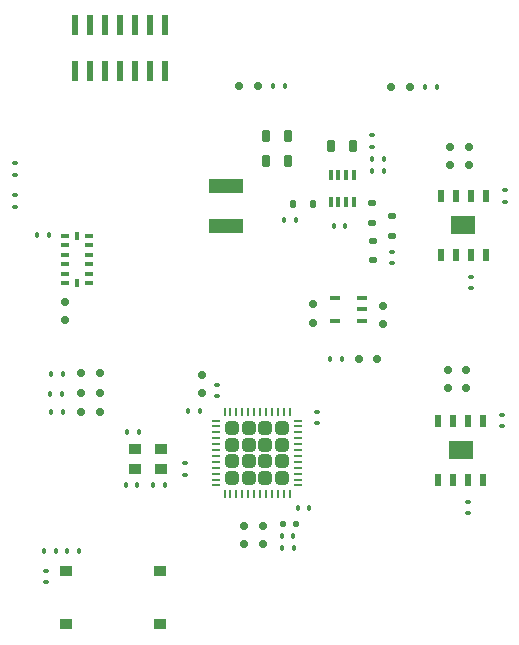
<source format=gbr>
%TF.GenerationSoftware,KiCad,Pcbnew,8.0.5*%
%TF.CreationDate,2024-10-23T11:28:36+02:00*%
%TF.ProjectId,ESE_AL8,4553455f-414c-4382-9e6b-696361645f70,rev?*%
%TF.SameCoordinates,Original*%
%TF.FileFunction,Paste,Top*%
%TF.FilePolarity,Positive*%
%FSLAX46Y46*%
G04 Gerber Fmt 4.6, Leading zero omitted, Abs format (unit mm)*
G04 Created by KiCad (PCBNEW 8.0.5) date 2024-10-23 11:28:36*
%MOMM*%
%LPD*%
G01*
G04 APERTURE LIST*
G04 Aperture macros list*
%AMRoundRect*
0 Rectangle with rounded corners*
0 $1 Rounding radius*
0 $2 $3 $4 $5 $6 $7 $8 $9 X,Y pos of 4 corners*
0 Add a 4 corners polygon primitive as box body*
4,1,4,$2,$3,$4,$5,$6,$7,$8,$9,$2,$3,0*
0 Add four circle primitives for the rounded corners*
1,1,$1+$1,$2,$3*
1,1,$1+$1,$4,$5*
1,1,$1+$1,$6,$7*
1,1,$1+$1,$8,$9*
0 Add four rect primitives between the rounded corners*
20,1,$1+$1,$2,$3,$4,$5,0*
20,1,$1+$1,$4,$5,$6,$7,0*
20,1,$1+$1,$6,$7,$8,$9,0*
20,1,$1+$1,$8,$9,$2,$3,0*%
G04 Aperture macros list end*
%ADD10RoundRect,0.094500X-0.094500X-0.129500X0.094500X-0.129500X0.094500X0.129500X-0.094500X0.129500X0*%
%ADD11RoundRect,0.153125X-0.153125X-0.179375X0.153125X-0.179375X0.153125X0.179375X-0.153125X0.179375X0*%
%ADD12R,0.980000X0.840000*%
%ADD13RoundRect,0.087500X-0.087500X0.376250X-0.087500X-0.376250X0.087500X-0.376250X0.087500X0.376250X0*%
%ADD14R,2.933700X1.289050*%
%ADD15R,1.085000X0.910000*%
%ADD16RoundRect,0.098000X-0.098000X-0.119000X0.098000X-0.119000X0.098000X0.119000X-0.098000X0.119000X0*%
%ADD17RoundRect,0.105000X0.358750X0.105000X-0.358750X0.105000X-0.358750X-0.105000X0.358750X-0.105000X0*%
%ADD18RoundRect,0.098000X0.098000X0.119000X-0.098000X0.119000X-0.098000X-0.119000X0.098000X-0.119000X0*%
%ADD19RoundRect,0.157500X-0.175000X0.157500X-0.175000X-0.157500X0.175000X-0.157500X0.175000X0.157500X0*%
%ADD20RoundRect,0.094500X0.094500X0.129500X-0.094500X0.129500X-0.094500X-0.129500X0.094500X-0.129500X0*%
%ADD21RoundRect,0.094500X-0.129500X0.094500X-0.129500X-0.094500X0.129500X-0.094500X0.129500X0.094500X0*%
%ADD22RoundRect,0.098000X0.119000X-0.098000X0.119000X0.098000X-0.119000X0.098000X-0.119000X-0.098000X0*%
%ADD23RoundRect,0.153125X0.153125X0.179375X-0.153125X0.179375X-0.153125X-0.179375X0.153125X-0.179375X0*%
%ADD24RoundRect,0.175000X-0.175000X-0.332500X0.175000X-0.332500X0.175000X0.332500X-0.175000X0.332500X0*%
%ADD25RoundRect,0.098000X-0.119000X0.098000X-0.119000X-0.098000X0.119000X-0.098000X0.119000X0.098000X0*%
%ADD26RoundRect,0.140000X0.140000X0.192500X-0.140000X0.192500X-0.140000X-0.192500X0.140000X-0.192500X0*%
%ADD27RoundRect,0.105000X-0.227500X-0.105000X0.227500X-0.105000X0.227500X0.105000X-0.227500X0.105000X0*%
%ADD28RoundRect,0.105000X-0.105000X-0.227500X0.105000X-0.227500X0.105000X0.227500X-0.105000X0.227500X0*%
%ADD29RoundRect,0.157500X0.175000X-0.157500X0.175000X0.157500X-0.175000X0.157500X-0.175000X-0.157500X0*%
%ADD30R,0.561400X1.053500*%
%ADD31R,2.101200X1.567800*%
%ADD32RoundRect,0.140000X-0.192500X0.140000X-0.192500X-0.140000X0.192500X-0.140000X0.192500X0.140000X0*%
%ADD33RoundRect,0.108500X-0.148750X-0.108500X0.148750X-0.108500X0.148750X0.108500X-0.148750X0.108500X0*%
%ADD34RoundRect,0.175000X0.175000X0.332500X-0.175000X0.332500X-0.175000X-0.332500X0.175000X-0.332500X0*%
%ADD35RoundRect,0.094500X0.129500X-0.094500X0.129500X0.094500X-0.129500X0.094500X-0.129500X-0.094500X0*%
%ADD36RoundRect,0.140000X0.192500X-0.140000X0.192500X0.140000X-0.192500X0.140000X-0.192500X-0.140000X0*%
%ADD37R,0.518000X1.680000*%
%ADD38RoundRect,0.043750X-0.043750X-0.262500X0.043750X-0.262500X0.043750X0.262500X-0.043750X0.262500X0*%
%ADD39RoundRect,0.043750X-0.262500X-0.043750X0.262500X-0.043750X0.262500X0.043750X-0.262500X0.043750X0*%
%ADD40RoundRect,0.250000X-0.315000X-0.315000X0.315000X-0.315000X0.315000X0.315000X-0.315000X0.315000X0*%
G04 APERTURE END LIST*
D10*
%TO.C,R16*%
X138360000Y-114880000D03*
X139380000Y-114880000D03*
%TD*%
D11*
%TO.C,D3*%
X141470000Y-101480000D03*
X143045000Y-101480000D03*
%TD*%
D12*
%TO.C,Y1*%
X148207500Y-106160000D03*
X146007500Y-106160000D03*
X146007500Y-107860000D03*
X148207500Y-107860000D03*
%TD*%
D13*
%TO.C,IC1*%
X164550000Y-83000000D03*
X163900000Y-83000000D03*
X163250000Y-83000000D03*
X162600000Y-83000000D03*
X162600000Y-85275000D03*
X163250000Y-85275000D03*
X163900000Y-85275000D03*
X164550000Y-85275000D03*
%TD*%
D14*
%TO.C,L1*%
X153770000Y-87312750D03*
X153770000Y-83947250D03*
%TD*%
D15*
%TO.C,SW1*%
X140200000Y-116540000D03*
X148150000Y-116540000D03*
X140200000Y-121040000D03*
X148150000Y-121040000D03*
%TD*%
D16*
%TO.C,C12*%
X145390000Y-104740000D03*
X146350000Y-104740000D03*
%TD*%
D10*
%TO.C,R10*%
X147600000Y-109260000D03*
X148620000Y-109260000D03*
%TD*%
D17*
%TO.C,U2*%
X165217500Y-95337500D03*
X165217500Y-94387500D03*
X165217500Y-93437500D03*
X162942500Y-93437500D03*
X162942500Y-95337500D03*
%TD*%
D18*
%TO.C,C14*%
X151500000Y-102977500D03*
X150540000Y-102977500D03*
%TD*%
D11*
%TO.C,D2*%
X141470000Y-99790000D03*
X143045000Y-99790000D03*
%TD*%
D18*
%TO.C,C2*%
X138720000Y-88090000D03*
X137760000Y-88090000D03*
%TD*%
%TO.C,C5*%
X163850000Y-87330000D03*
X162890000Y-87330000D03*
%TD*%
D19*
%TO.C,C15*%
X155250000Y-112700000D03*
X155250000Y-114250000D03*
%TD*%
D20*
%TO.C,R13*%
X139945000Y-103110000D03*
X138925000Y-103110000D03*
%TD*%
D21*
%TO.C,R1*%
X135880000Y-82002500D03*
X135880000Y-83022500D03*
%TD*%
D10*
%TO.C,R4*%
X166100000Y-81640000D03*
X167120000Y-81640000D03*
%TD*%
D22*
%TO.C,C21*%
X161430000Y-103990000D03*
X161430000Y-103030000D03*
%TD*%
D20*
%TO.C,R12*%
X139855000Y-101540000D03*
X138835000Y-101540000D03*
%TD*%
D23*
%TO.C,D1*%
X156450000Y-75510000D03*
X154875000Y-75510000D03*
%TD*%
D24*
%TO.C,C9*%
X157087500Y-81787500D03*
X158987500Y-81787500D03*
%TD*%
D25*
%TO.C,C20*%
X150250000Y-107420000D03*
X150250000Y-108380000D03*
%TD*%
D26*
%TO.C,R6*%
X161075000Y-85500000D03*
X159425000Y-85500000D03*
%TD*%
D25*
%TO.C,C7*%
X167830000Y-89490000D03*
X167830000Y-90450000D03*
%TD*%
%TO.C,C201*%
X138470000Y-116540000D03*
X138470000Y-117500000D03*
%TD*%
D24*
%TO.C,C8*%
X157087500Y-79737500D03*
X158987500Y-79737500D03*
%TD*%
D27*
%TO.C,U1*%
X140150000Y-88170000D03*
X140150000Y-88970000D03*
X140150000Y-89770000D03*
X140150000Y-90570000D03*
X140150000Y-91370000D03*
X140150000Y-92170000D03*
D28*
X141150000Y-92170000D03*
D27*
X142150000Y-92170000D03*
X142150000Y-91370000D03*
X142150000Y-90570000D03*
X142150000Y-89770000D03*
X142150000Y-88970000D03*
X142150000Y-88170000D03*
D28*
X141150000Y-88170000D03*
%TD*%
D29*
%TO.C,C28*%
X174100000Y-101050000D03*
X174100000Y-99500000D03*
%TD*%
D11*
%TO.C,D5*%
X164992500Y-98550000D03*
X166567500Y-98550000D03*
%TD*%
D30*
%TO.C,U4*%
X175517500Y-103822500D03*
X174247500Y-103822500D03*
X172977500Y-103822500D03*
X171707500Y-103822500D03*
X171707500Y-108817500D03*
X172977500Y-108817500D03*
X174247500Y-108817500D03*
X175517500Y-108817500D03*
D31*
X173612500Y-106320000D03*
%TD*%
D18*
%TO.C,C16*%
X146225000Y-109260000D03*
X145265000Y-109260000D03*
%TD*%
D32*
%TO.C,R7*%
X166120000Y-85390000D03*
X166120000Y-87040000D03*
%TD*%
D10*
%TO.C,R3*%
X157690000Y-75480000D03*
X158710000Y-75480000D03*
%TD*%
D33*
%TO.C,L2*%
X158575000Y-112580000D03*
X159710000Y-112580000D03*
%TD*%
D16*
%TO.C,C18*%
X158500000Y-114580000D03*
X159460000Y-114580000D03*
%TD*%
D29*
%TO.C,C29*%
X172570000Y-101030000D03*
X172570000Y-99480000D03*
%TD*%
D20*
%TO.C,R14*%
X163565000Y-98570000D03*
X162545000Y-98570000D03*
%TD*%
D10*
%TO.C,R15*%
X170620000Y-75520000D03*
X171640000Y-75520000D03*
%TD*%
D19*
%TO.C,C30*%
X174300000Y-80600000D03*
X174300000Y-82150000D03*
%TD*%
D34*
%TO.C,C3*%
X164510000Y-80570000D03*
X162610000Y-80570000D03*
%TD*%
D29*
%TO.C,C11*%
X161100000Y-95515000D03*
X161100000Y-93965000D03*
%TD*%
D25*
%TO.C,C24*%
X174250000Y-110700000D03*
X174250000Y-111660000D03*
%TD*%
D19*
%TO.C,C31*%
X172670000Y-80620000D03*
X172670000Y-82170000D03*
%TD*%
D16*
%TO.C,C19*%
X159810000Y-111220000D03*
X160770000Y-111220000D03*
%TD*%
D30*
%TO.C,U5*%
X175730000Y-84775000D03*
X174460000Y-84775000D03*
X173190000Y-84775000D03*
X171920000Y-84775000D03*
X171920000Y-89770000D03*
X173190000Y-89770000D03*
X174460000Y-89770000D03*
X175730000Y-89770000D03*
D31*
X173825000Y-87272500D03*
%TD*%
D22*
%TO.C,C4*%
X166080000Y-80610000D03*
X166080000Y-79650000D03*
%TD*%
%TO.C,C25*%
X177140000Y-104250000D03*
X177140000Y-103290000D03*
%TD*%
D23*
%TO.C,D6*%
X169327500Y-75560000D03*
X167752500Y-75560000D03*
%TD*%
D11*
%TO.C,D4*%
X141490000Y-103110000D03*
X143065000Y-103110000D03*
%TD*%
D22*
%TO.C,C27*%
X177330000Y-85250000D03*
X177330000Y-84290000D03*
%TD*%
D29*
%TO.C,C13*%
X151750000Y-101450000D03*
X151750000Y-99900000D03*
%TD*%
D35*
%TO.C,R2*%
X135920000Y-85750000D03*
X135920000Y-84730000D03*
%TD*%
D20*
%TO.C,R5*%
X167090000Y-82700000D03*
X166070000Y-82700000D03*
%TD*%
D19*
%TO.C,C23*%
X156850000Y-112700000D03*
X156850000Y-114250000D03*
%TD*%
D36*
%TO.C,R8*%
X167770000Y-88160000D03*
X167770000Y-86510000D03*
%TD*%
D37*
%TO.C,J7*%
X148620000Y-70290000D03*
X148620000Y-74190000D03*
X147350000Y-70290000D03*
X147350000Y-74190000D03*
X146080000Y-70290000D03*
X146080000Y-74190000D03*
X144810000Y-70290000D03*
X144810000Y-74190000D03*
X143540000Y-70290000D03*
X143540000Y-74190000D03*
X142270000Y-70290000D03*
X142270000Y-74190000D03*
X141000000Y-70290000D03*
X141000000Y-74190000D03*
%TD*%
D20*
%TO.C,R11*%
X139925000Y-99810000D03*
X138905000Y-99810000D03*
%TD*%
D25*
%TO.C,C26*%
X174500000Y-91620000D03*
X174500000Y-92580000D03*
%TD*%
D19*
%TO.C,C1*%
X140140000Y-93750000D03*
X140140000Y-95300000D03*
%TD*%
D22*
%TO.C,C17*%
X153020000Y-101737500D03*
X153020000Y-100777500D03*
%TD*%
D20*
%TO.C,R17*%
X141320000Y-114880000D03*
X140300000Y-114880000D03*
%TD*%
D29*
%TO.C,C10*%
X167020000Y-95655000D03*
X167020000Y-94105000D03*
%TD*%
D38*
%TO.C,U3*%
X153620000Y-103102500D03*
X154120000Y-103102500D03*
X154620000Y-103102500D03*
X155120000Y-103102500D03*
X155620000Y-103102500D03*
X156120000Y-103102500D03*
X156620000Y-103102500D03*
X157120000Y-103102500D03*
X157620000Y-103102500D03*
X158120000Y-103102500D03*
X158620000Y-103102500D03*
X159120000Y-103102500D03*
D39*
X159807500Y-103790000D03*
X159807500Y-104290000D03*
X159807500Y-104790000D03*
X159807500Y-105290000D03*
X159807500Y-105790000D03*
X159807500Y-106290000D03*
X159807500Y-106790000D03*
X159807500Y-107290000D03*
X159807500Y-107790000D03*
X159807500Y-108290000D03*
X159807500Y-108790000D03*
X159807500Y-109290000D03*
D38*
X159120000Y-109977500D03*
X158620000Y-109977500D03*
X158120000Y-109977500D03*
X157620000Y-109977500D03*
X157120000Y-109977500D03*
X156620000Y-109977500D03*
X156120000Y-109977500D03*
X155620000Y-109977500D03*
X155120000Y-109977500D03*
X154620000Y-109977500D03*
X154120000Y-109977500D03*
X153620000Y-109977500D03*
D39*
X152932500Y-109290000D03*
X152932500Y-108790000D03*
X152932500Y-108290000D03*
X152932500Y-107790000D03*
X152932500Y-107290000D03*
X152932500Y-106790000D03*
X152932500Y-106290000D03*
X152932500Y-105790000D03*
X152932500Y-105290000D03*
X152932500Y-104790000D03*
X152932500Y-104290000D03*
X152932500Y-103790000D03*
D40*
X158470000Y-108640000D03*
X158470000Y-107240000D03*
X158470000Y-105840000D03*
X158470000Y-104440000D03*
X157070000Y-108640000D03*
X157070000Y-107240000D03*
X157070000Y-105840000D03*
X157070000Y-104440000D03*
X155670000Y-108640000D03*
X155670000Y-107240000D03*
X155670000Y-105840000D03*
X155670000Y-104440000D03*
X154270000Y-108640000D03*
X154270000Y-107240000D03*
X154270000Y-105840000D03*
X154270000Y-104440000D03*
%TD*%
D18*
%TO.C,C6*%
X159630000Y-86840000D03*
X158670000Y-86840000D03*
%TD*%
D16*
%TO.C,C22*%
X158480000Y-113580000D03*
X159440000Y-113580000D03*
%TD*%
D32*
%TO.C,R9*%
X166190000Y-88590000D03*
X166190000Y-90240000D03*
%TD*%
M02*

</source>
